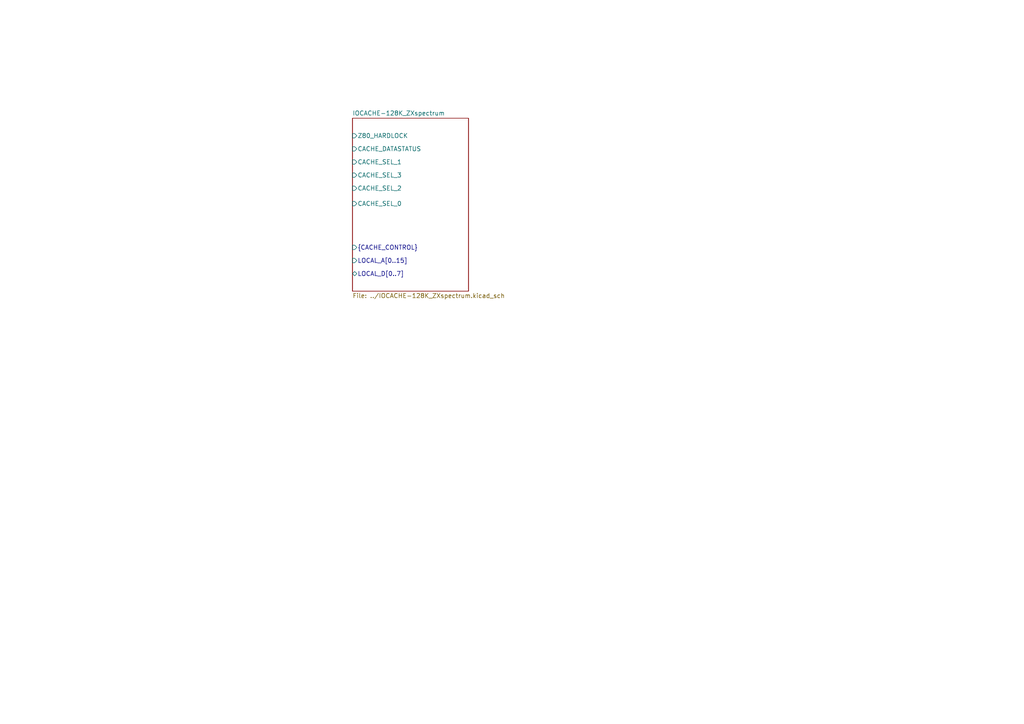
<source format=kicad_sch>
(kicad_sch (version 20230121) (generator eeschema)
  (paper "A4")
  (title_block (title "FujiNet Z80Bus reference design") (date "2023-05-13") (rev "0.1") (company "FujiNet"))
  (lib_symbols)
  (bus_alias "Z80_CONTROL" (members "Z80_CONTROL.RD" "Z80_CONTROL.WR" "Z80_CONTROL.IORQ" "Z80_CONTROL.MEMRQ" "Z80_CONTROL.BUSRQ" "Z80_CONTROL.WAIT" "Z80_CONTROL.ROMCS" "Z80_CONTROL.BUSACK" "Z80_CONTROL.NMI" "Z80_CONTROL.RESET"))
  (sheet (at 102.235 34.29) (size 33.655 50.165) (stroke (width 0.1524))
    (property "Sheetname" "IOCACHE-128K_ZXspectrum" (at 102.235 33.5784 0) (effects (justify left bottom)))
    (property "Sheetfile" "../IOCACHE-128K_ZXspectrum.kicad_sch" (at 102.235 85.0396 0) (effects (justify left top)))
    (pin "Z80_HARDLOCK" input (at 102.235 39.37 180))
    (pin "CACHE_DATASTATUS" input (at 102.235 43.18 180))
    (pin "{CACHE_CONTROL}" input (at 102.235 71.755 180))
    (pin "CACHE_SEL_1" input (at 102.235 46.99 180))
    (pin "CACHE_SEL_3" input (at 102.235 50.8 180))
    (pin "CACHE_SEL_2" input (at 102.235 54.61 180))
    (pin "CACHE_SEL_0" input (at 102.235 59.055 180))
    (pin "LOCAL_D[0..7]" bidirectional (at 102.235 79.375 180))
    (pin "LOCAL_A[0..15]" input (at 102.235 75.565 180))
  )
)
</source>
